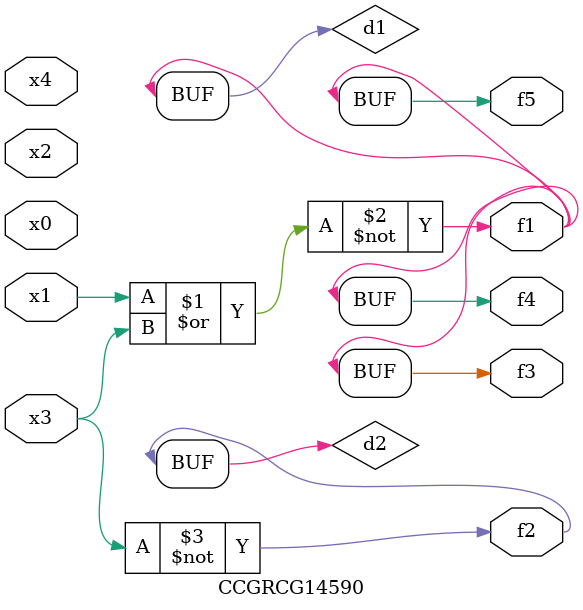
<source format=v>
module CCGRCG14590(
	input x0, x1, x2, x3, x4,
	output f1, f2, f3, f4, f5
);

	wire d1, d2;

	nor (d1, x1, x3);
	not (d2, x3);
	assign f1 = d1;
	assign f2 = d2;
	assign f3 = d1;
	assign f4 = d1;
	assign f5 = d1;
endmodule

</source>
